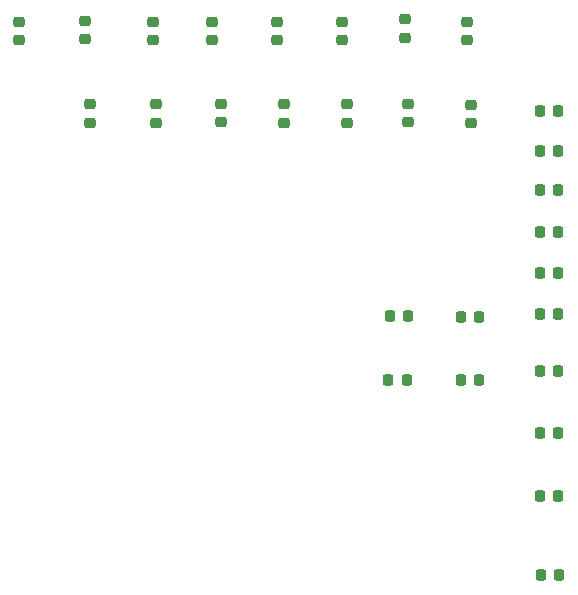
<source format=gbr>
%TF.GenerationSoftware,KiCad,Pcbnew,9.0.7*%
%TF.CreationDate,2026-02-05T13:38:50+01:00*%
%TF.ProjectId,PCB_Aquarium_v2,5043425f-4171-4756-9172-69756d5f7632,rev?*%
%TF.SameCoordinates,Original*%
%TF.FileFunction,Paste,Bot*%
%TF.FilePolarity,Positive*%
%FSLAX46Y46*%
G04 Gerber Fmt 4.6, Leading zero omitted, Abs format (unit mm)*
G04 Created by KiCad (PCBNEW 9.0.7) date 2026-02-05 13:38:50*
%MOMM*%
%LPD*%
G01*
G04 APERTURE LIST*
G04 Aperture macros list*
%AMRoundRect*
0 Rectangle with rounded corners*
0 $1 Rounding radius*
0 $2 $3 $4 $5 $6 $7 $8 $9 X,Y pos of 4 corners*
0 Add a 4 corners polygon primitive as box body*
4,1,4,$2,$3,$4,$5,$6,$7,$8,$9,$2,$3,0*
0 Add four circle primitives for the rounded corners*
1,1,$1+$1,$2,$3*
1,1,$1+$1,$4,$5*
1,1,$1+$1,$6,$7*
1,1,$1+$1,$8,$9*
0 Add four rect primitives between the rounded corners*
20,1,$1+$1,$2,$3,$4,$5,0*
20,1,$1+$1,$4,$5,$6,$7,0*
20,1,$1+$1,$6,$7,$8,$9,0*
20,1,$1+$1,$8,$9,$2,$3,0*%
G04 Aperture macros list end*
%ADD10RoundRect,0.225000X0.225000X0.250000X-0.225000X0.250000X-0.225000X-0.250000X0.225000X-0.250000X0*%
%ADD11RoundRect,0.225000X0.250000X-0.225000X0.250000X0.225000X-0.250000X0.225000X-0.250000X-0.225000X0*%
%ADD12RoundRect,0.225000X-0.225000X-0.250000X0.225000X-0.250000X0.225000X0.250000X-0.225000X0.250000X0*%
G04 APERTURE END LIST*
D10*
%TO.C,C202*%
X193975000Y-88150000D03*
X192425000Y-88150000D03*
%TD*%
%TO.C,C605*%
X206675000Y-84500000D03*
X205125000Y-84500000D03*
%TD*%
D11*
%TO.C,C903*%
X182900000Y-64775000D03*
X182900000Y-63225000D03*
%TD*%
D10*
%TO.C,C403*%
X206675000Y-92800000D03*
X205125000Y-92800000D03*
%TD*%
%TO.C,C401*%
X206675000Y-98100000D03*
X205125000Y-98100000D03*
%TD*%
%TO.C,C602*%
X206675000Y-74200000D03*
X205125000Y-74200000D03*
%TD*%
%TO.C,C606*%
X206675000Y-88000000D03*
X205125000Y-88000000D03*
%TD*%
D11*
%TO.C,C911*%
X193700000Y-64575000D03*
X193700000Y-63025000D03*
%TD*%
%TO.C,C905*%
X194000000Y-71725000D03*
X194000000Y-70175000D03*
%TD*%
D10*
%TO.C,C604*%
X206675000Y-81000000D03*
X205125000Y-81000000D03*
%TD*%
D11*
%TO.C,C904*%
X199300000Y-71825000D03*
X199300000Y-70275000D03*
%TD*%
D10*
%TO.C,C204*%
X200025000Y-88250000D03*
X198475000Y-88250000D03*
%TD*%
D11*
%TO.C,C807*%
X167100000Y-71775000D03*
X167100000Y-70225000D03*
%TD*%
%TO.C,C809*%
X161080000Y-64775000D03*
X161080000Y-63225000D03*
%TD*%
%TO.C,C902*%
X177400000Y-64775000D03*
X177400000Y-63225000D03*
%TD*%
%TO.C,C910*%
X188400000Y-64775000D03*
X188400000Y-63225000D03*
%TD*%
D10*
%TO.C,C601*%
X206675000Y-70800000D03*
X205125000Y-70800000D03*
%TD*%
%TO.C,C402*%
X206675000Y-103400000D03*
X205125000Y-103400000D03*
%TD*%
%TO.C,C201*%
X200025000Y-93550000D03*
X198475000Y-93550000D03*
%TD*%
D11*
%TO.C,C808*%
X166600000Y-64725000D03*
X166600000Y-63175000D03*
%TD*%
D12*
%TO.C,C101*%
X205225000Y-110100000D03*
X206775000Y-110100000D03*
%TD*%
D11*
%TO.C,C906*%
X183500000Y-71775000D03*
X183500000Y-70225000D03*
%TD*%
D10*
%TO.C,C203*%
X193875000Y-93550000D03*
X192325000Y-93550000D03*
%TD*%
D11*
%TO.C,C909*%
X188800000Y-71775000D03*
X188800000Y-70225000D03*
%TD*%
%TO.C,C907*%
X178150000Y-71725000D03*
X178150000Y-70175000D03*
%TD*%
%TO.C,C912*%
X199000000Y-64775000D03*
X199000000Y-63225000D03*
%TD*%
D10*
%TO.C,C603*%
X206675000Y-77500000D03*
X205125000Y-77500000D03*
%TD*%
D11*
%TO.C,C901*%
X172400000Y-64775000D03*
X172400000Y-63225000D03*
%TD*%
%TO.C,C908*%
X172650000Y-71775000D03*
X172650000Y-70225000D03*
%TD*%
M02*

</source>
